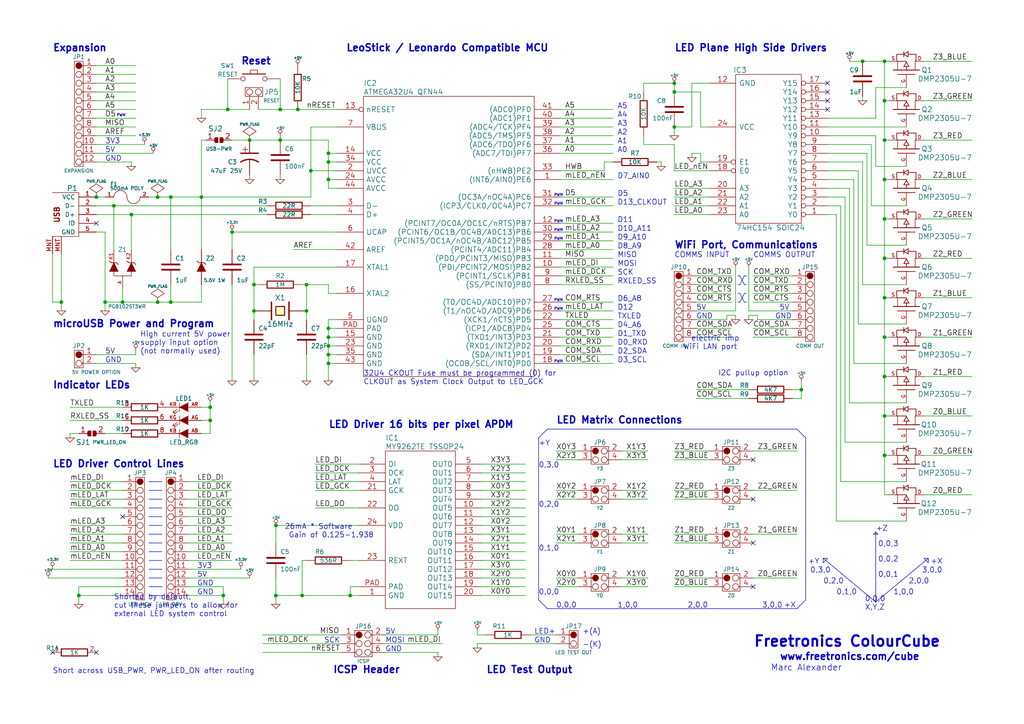
<source format=kicad_sch>
(kicad_sch (version 20230121) (generator eeschema)
  (paper "A4")
  (title_block (title "RGB LED Cube 4x4x4") (date "25 jul 2012") (rev "1") (company "Freetronics"))
  (junction (at 256.54 86.36))
  (junction (at 60.96 118.11))
  (junction (at 45.72 87.63))
  (junction (at 256.54 63.5))
  (junction (at 17.78 87.63))
  (junction (at 256.54 120.65))
  (junction (at 22.86 172.72))
  (junction (at 95.25 102.87))
  (junction (at 232.41 113.03))
  (junction (at 60.96 121.92))
  (junction (at 256.54 29.21))
  (junction (at 95.25 95.25))
  (junction (at 95.25 52.07))
  (junction (at 64.77 172.72))
  (junction (at 27.94 57.15))
  (junction (at 81.28 40.64))
  (junction (at 256.54 52.07))
  (junction (at 66.04 31.75))
  (junction (at 45.72 57.15))
  (junction (at 38.1 62.23))
  (junction (at 35.56 87.63))
  (junction (at 256.54 17.78))
  (junction (at 33.02 59.69))
  (junction (at 49.53 57.15))
  (junction (at 95.25 46.99))
  (junction (at 88.9 90.17))
  (junction (at 195.58 26.67))
  (junction (at 256.54 40.64))
  (junction (at 87.63 172.72))
  (junction (at 72.39 40.64))
  (junction (at 80.01 152.4))
  (junction (at 90.17 49.53))
  (junction (at 250.19 17.78))
  (junction (at 88.9 82.55))
  (junction (at 256.54 74.93))
  (junction (at 30.48 87.63))
  (junction (at 73.66 90.17))
  (junction (at 256.54 97.79))
  (junction (at 58.42 57.15))
  (junction (at 73.66 82.55))
  (junction (at 101.6 172.72))
  (junction (at 256.54 109.22))
  (junction (at 67.31 67.31))
  (junction (at 95.25 100.33))
  (junction (at 256.54 132.08))
  (junction (at 195.58 24.13))
  (junction (at 95.25 44.45))
  (junction (at 49.53 87.63))
  (junction (at 86.36 31.75))
  (junction (at 80.01 172.72))
  (junction (at 95.25 105.41))
  (junction (at 81.28 31.75))
  (junction (at 195.58 36.83))
  (junction (at 95.25 97.79))
  (no_connect (at 240.03 31.75))
  (no_connect (at 218.44 144.78))
  (no_connect (at 218.44 157.48))
  (no_connect (at 35.56 149.86))
  (no_connect (at 240.03 24.13))
  (no_connect (at 218.44 133.35))
  (no_connect (at 218.44 170.18))
  (no_connect (at 15.24 189.23))
  (no_connect (at 27.94 64.77))
  (no_connect (at 27.94 189.23))
  (no_connect (at 240.03 26.67))
  (no_connect (at 240.03 29.21))
  (wire (pts (xy 153.67 184.15) (xy 161.29 184.15)))
  (wire (pts (xy 254 39.37) (xy 240.03 39.37)))
  (polyline (pts (xy 231.14 124.46) (xy 233.68 127)))
  (wire (pts (xy 64.77 172.72) (xy 64.77 170.18)))
  (wire (pts (xy 90.17 36.83) (xy 97.79 36.83)))
  (wire (pts (xy 95.25 100.33) (xy 97.79 100.33)))
  (wire (pts (xy 162.56 31.75) (xy 177.8 31.75)))
  (wire (pts (xy 256.54 40.64) (xy 256.54 29.21)))
  (wire (pts (xy 97.79 92.71) (xy 95.25 92.71)))
  (wire (pts (xy 67.31 157.48) (xy 54.61 157.48)))
  (wire (pts (xy 73.66 82.55) (xy 73.66 90.17)))
  (wire (pts (xy 95.25 40.64) (xy 81.28 40.64)))
  (wire (pts (xy 161.29 133.35) (xy 167.64 133.35)))
  (wire (pts (xy 231.14 167.64) (xy 218.44 167.64)))
  (wire (pts (xy 60.96 118.11) (xy 58.42 118.11)))
  (wire (pts (xy 256.54 132.08) (xy 256.54 120.65)))
  (polyline (pts (xy 214.63 80.01) (xy 213.995 80.01)))
  (wire (pts (xy 33.02 72.39) (xy 33.02 59.69)))
  (wire (pts (xy 177.8 100.33) (xy 162.56 100.33)))
  (wire (pts (xy 161.29 142.24) (xy 167.64 142.24)))
  (wire (pts (xy 256.54 63.5) (xy 257.81 63.5)))
  (wire (pts (xy 35.56 139.7) (xy 20.32 139.7)))
  (wire (pts (xy 177.8 77.47) (xy 162.56 77.47)))
  (wire (pts (xy 177.8 69.85) (xy 162.56 69.85)))
  (wire (pts (xy 201.93 113.03) (xy 217.17 113.03)))
  (polyline (pts (xy 43.18 144.78) (xy 46.99 144.78)))
  (wire (pts (xy 281.94 40.64) (xy 267.97 40.64)))
  (wire (pts (xy 76.2 189.23) (xy 99.06 189.23)))
  (wire (pts (xy 139.7 160.02) (xy 152.4 160.02)))
  (wire (pts (xy 20.32 125.73) (xy 22.86 125.73)))
  (wire (pts (xy 67.31 110.49) (xy 67.31 82.55)))
  (wire (pts (xy 138.43 184.15) (xy 138.43 182.88)))
  (wire (pts (xy 95.25 102.87) (xy 95.25 105.41)))
  (wire (pts (xy 101.6 172.72) (xy 87.63 172.72)))
  (wire (pts (xy 177.8 39.37) (xy 162.56 39.37)))
  (wire (pts (xy 58.42 31.75) (xy 58.42 34.29)))
  (wire (pts (xy 246.38 116.84) (xy 246.38 54.61)))
  (polyline (pts (xy 254 174.625) (xy 254 154.305)))
  (wire (pts (xy 251.46 44.45) (xy 240.03 44.45)))
  (wire (pts (xy 281.94 120.65) (xy 267.97 120.65)))
  (wire (pts (xy 243.84 139.7) (xy 243.84 59.69)))
  (wire (pts (xy 20.32 154.94) (xy 35.56 154.94)))
  (wire (pts (xy 22.86 172.72) (xy 22.86 175.26)))
  (wire (pts (xy 81.28 39.37) (xy 81.28 40.64)))
  (wire (pts (xy 38.1 62.23) (xy 27.94 62.23)))
  (wire (pts (xy 195.58 62.23) (xy 205.74 62.23)))
  (wire (pts (xy 15.24 165.1) (xy 35.56 165.1)))
  (wire (pts (xy 195.58 170.18) (xy 205.74 170.18)))
  (wire (pts (xy 200.66 24.13) (xy 200.66 36.83)))
  (wire (pts (xy 281.94 97.79) (xy 267.97 97.79)))
  (wire (pts (xy 39.37 26.67) (xy 27.94 26.67)))
  (wire (pts (xy 66.04 31.75) (xy 58.42 31.75)))
  (wire (pts (xy 67.31 139.7) (xy 54.61 139.7)))
  (wire (pts (xy 81.28 50.8) (xy 81.28 52.07)))
  (wire (pts (xy 97.79 49.53) (xy 90.17 49.53)))
  (wire (pts (xy 20.32 127) (xy 20.32 125.73)))
  (wire (pts (xy 213.36 90.17) (xy 213.36 77.47)))
  (wire (pts (xy 250.19 27.94) (xy 250.19 29.21)))
  (wire (pts (xy 95.25 54.61) (xy 97.79 54.61)))
  (wire (pts (xy 30.48 57.15) (xy 27.94 57.15)))
  (wire (pts (xy 281.94 52.07) (xy 267.97 52.07)))
  (wire (pts (xy 240.03 34.29) (xy 254 34.29)))
  (wire (pts (xy 152.4 149.86) (xy 139.7 149.86)))
  (wire (pts (xy 248.92 49.53) (xy 240.03 49.53)))
  (wire (pts (xy 246.38 54.61) (xy 240.03 54.61)))
  (wire (pts (xy 35.56 142.24) (xy 20.32 142.24)))
  (polyline (pts (xy 215.9 85.09) (xy 216.535 85.09)))
  (wire (pts (xy 95.25 97.79) (xy 95.25 100.33)))
  (wire (pts (xy 256.54 132.08) (xy 257.81 132.08)))
  (wire (pts (xy 213.36 91.44) (xy 213.36 92.71)))
  (wire (pts (xy 152.4 142.24) (xy 139.7 142.24)))
  (polyline (pts (xy 43.18 139.7) (xy 46.99 139.7)))
  (wire (pts (xy 38.1 72.39) (xy 38.1 62.23)))
  (polyline (pts (xy 216.535 87.63) (xy 215.9 87.63)))
  (wire (pts (xy 210.82 92.71) (xy 210.82 91.44)))
  (wire (pts (xy 60.96 118.11) (xy 60.96 116.84)))
  (polyline (pts (xy 215.9 82.55) (xy 216.535 82.55)))
  (wire (pts (xy 250.19 46.99) (xy 250.19 82.55)))
  (wire (pts (xy 177.8 105.41) (xy 162.56 105.41)))
  (polyline (pts (xy 254 154.305) (xy 254.635 154.94)))
  (wire (pts (xy 177.8 34.29) (xy 162.56 34.29)))
  (wire (pts (xy 256.54 109.22) (xy 257.81 109.22)))
  (wire (pts (xy 35.56 87.63) (xy 45.72 87.63)))
  (wire (pts (xy 20.32 118.11) (xy 35.56 118.11)))
  (wire (pts (xy 69.85 165.1) (xy 54.61 165.1)))
  (wire (pts (xy 30.48 87.63) (xy 35.56 87.63)))
  (wire (pts (xy 49.53 72.39) (xy 49.53 57.15)))
  (polyline (pts (xy 43.18 152.4) (xy 46.99 152.4)))
  (wire (pts (xy 177.8 90.17) (xy 162.56 90.17)))
  (wire (pts (xy 212.09 80.01) (xy 201.93 80.01)))
  (wire (pts (xy 95.25 105.41) (xy 95.25 110.49)))
  (wire (pts (xy 101.6 162.56) (xy 104.14 162.56)))
  (wire (pts (xy 58.42 125.73) (xy 60.96 125.73)))
  (wire (pts (xy 35.56 172.72) (xy 22.86 172.72)))
  (wire (pts (xy 281.94 86.36) (xy 267.97 86.36)))
  (wire (pts (xy 72.39 40.64) (xy 67.31 40.64)))
  (wire (pts (xy 90.17 57.15) (xy 90.17 49.53)))
  (polyline (pts (xy 269.24 161.925) (xy 269.24 163.195)))
  (wire (pts (xy 262.89 48.26) (xy 254 48.26)))
  (wire (pts (xy 152.4 139.7) (xy 139.7 139.7)))
  (wire (pts (xy 203.2 46.99) (xy 205.74 46.99)))
  (wire (pts (xy 256.54 29.21) (xy 257.81 29.21)))
  (wire (pts (xy 218.44 82.55) (xy 229.87 82.55)))
  (wire (pts (xy 87.63 162.56) (xy 87.63 172.72)))
  (wire (pts (xy 243.84 59.69) (xy 240.03 59.69)))
  (wire (pts (xy 95.25 97.79) (xy 97.79 97.79)))
  (wire (pts (xy 35.56 170.18) (xy 22.86 170.18)))
  (wire (pts (xy 231.14 130.81) (xy 218.44 130.81)))
  (wire (pts (xy 58.42 121.92) (xy 60.96 121.92)))
  (wire (pts (xy 195.58 154.94) (xy 205.74 154.94)))
  (polyline (pts (xy 213.995 87.63) (xy 214.63 87.63)))
  (wire (pts (xy 177.8 59.69) (xy 162.56 59.69)))
  (wire (pts (xy 177.8 41.91) (xy 162.56 41.91)))
  (wire (pts (xy 217.17 90.17) (xy 229.87 90.17)))
  (polyline (pts (xy 214.63 80.01) (xy 215.9 82.55)))
  (wire (pts (xy 200.66 36.83) (xy 195.58 36.83)))
  (wire (pts (xy 104.14 152.4) (xy 80.01 152.4)))
  (wire (pts (xy 45.72 87.63) (xy 49.53 87.63)))
  (wire (pts (xy 262.89 71.12) (xy 251.46 71.12)))
  (wire (pts (xy 242.57 151.13) (xy 262.89 151.13)))
  (wire (pts (xy 186.69 39.37) (xy 186.69 41.91)))
  (wire (pts (xy 39.37 105.41) (xy 39.37 106.68)))
  (wire (pts (xy 58.42 87.63) (xy 58.42 82.55)))
  (wire (pts (xy 195.58 59.69) (xy 205.74 59.69)))
  (wire (pts (xy 20.32 152.4) (xy 35.56 152.4)))
  (wire (pts (xy 191.77 46.99) (xy 191.77 48.26)))
  (polyline (pts (xy 214.63 87.63) (xy 215.9 85.09)))
  (wire (pts (xy 95.25 100.33) (xy 95.25 102.87)))
  (wire (pts (xy 95.25 40.64) (xy 95.25 44.45)))
  (wire (pts (xy 187.96 130.81) (xy 180.34 130.81)))
  (wire (pts (xy 95.25 46.99) (xy 95.25 52.07)))
  (wire (pts (xy 175.26 46.99) (xy 177.8 46.99)))
  (wire (pts (xy 152.4 134.62) (xy 139.7 134.62)))
  (wire (pts (xy 152.4 144.78) (xy 139.7 144.78)))
  (wire (pts (xy 27.94 105.41) (xy 39.37 105.41)))
  (wire (pts (xy 35.56 167.64) (xy 13.97 167.64)))
  (wire (pts (xy 246.38 17.78) (xy 250.19 17.78)))
  (wire (pts (xy 73.66 102.87) (xy 73.66 110.49)))
  (wire (pts (xy 177.8 72.39) (xy 162.56 72.39)))
  (wire (pts (xy 257.81 143.51) (xy 256.54 143.51)))
  (polyline (pts (xy 267.97 161.925) (xy 269.24 163.195)))
  (wire (pts (xy 161.29 157.48) (xy 167.64 157.48)))
  (wire (pts (xy 195.58 133.35) (xy 205.74 133.35)))
  (wire (pts (xy 203.2 44.45) (xy 203.2 46.99)))
  (wire (pts (xy 20.32 157.48) (xy 35.56 157.48)))
  (wire (pts (xy 187.96 154.94) (xy 180.34 154.94)))
  (wire (pts (xy 281.94 109.22) (xy 267.97 109.22)))
  (wire (pts (xy 281.94 63.5) (xy 267.97 63.5)))
  (polyline (pts (xy 216.535 80.01) (xy 215.9 80.01)))
  (wire (pts (xy 242.57 62.23) (xy 242.57 151.13)))
  (wire (pts (xy 177.8 67.31) (xy 162.56 67.31)))
  (wire (pts (xy 54.61 172.72) (xy 64.77 172.72)))
  (wire (pts (xy 81.28 40.64) (xy 72.39 40.64)))
  (wire (pts (xy 186.69 24.13) (xy 195.58 24.13)))
  (wire (pts (xy 77.47 59.69) (xy 33.02 59.69)))
  (wire (pts (xy 240.03 57.15) (xy 245.11 57.15)))
  (polyline (pts (xy 267.97 161.925) (xy 269.24 161.925)))
  (wire (pts (xy 177.8 92.71) (xy 162.56 92.71)))
  (wire (pts (xy 39.37 102.87) (xy 27.94 102.87)))
  (wire (pts (xy 95.25 95.25) (xy 95.25 97.79)))
  (wire (pts (xy 67.31 162.56) (xy 54.61 162.56)))
  (wire (pts (xy 177.8 74.93) (xy 162.56 74.93)))
  (wire (pts (xy 281.94 74.93) (xy 267.97 74.93)))
  (wire (pts (xy 127 184.15) (xy 111.76 184.15)))
  (wire (pts (xy 262.89 139.7) (xy 243.84 139.7)))
  (wire (pts (xy 240.03 62.23) (xy 242.57 62.23)))
  (wire (pts (xy 152.4 165.1) (xy 139.7 165.1)))
  (wire (pts (xy 73.66 90.17) (xy 73.66 92.71)))
  (wire (pts (xy 91.44 147.32) (xy 104.14 147.32)))
  (wire (pts (xy 30.48 125.73) (xy 35.56 125.73)))
  (wire (pts (xy 177.8 36.83) (xy 162.56 36.83)))
  (wire (pts (xy 39.37 31.75) (xy 27.94 31.75)))
  (wire (pts (xy 49.53 57.15) (xy 45.72 57.15)))
  (wire (pts (xy 212.09 95.25) (xy 201.93 95.25)))
  (wire (pts (xy 212.09 82.55) (xy 201.93 82.55)))
  (wire (pts (xy 245.11 57.15) (xy 245.11 128.27)))
  (polyline (pts (xy 158.75 176.53) (xy 156.21 173.99)))
  (wire (pts (xy 17.78 87.63) (xy 17.78 90.17)))
  (polyline (pts (xy 156.21 127) (xy 158.75 124.46)))
  (wire (pts (xy 187.96 167.64) (xy 180.34 167.64)))
  (wire (pts (xy 201.93 90.17) (xy 213.36 90.17)))
  (wire (pts (xy 45.72 57.15) (xy 43.18 57.15)))
  (wire (pts (xy 262.89 116.84) (xy 246.38 116.84)))
  (wire (pts (xy 256.54 143.51) (xy 256.54 132.08)))
  (wire (pts (xy 152.4 154.94) (xy 139.7 154.94)))
  (wire (pts (xy 232.41 113.03) (xy 232.41 110.49)))
  (wire (pts (xy 58.42 57.15) (xy 58.42 40.64)))
  (wire (pts (xy 95.25 46.99) (xy 97.79 46.99)))
  (wire (pts (xy 281.94 143.51) (xy 267.97 143.51)))
  (wire (pts (xy 60.96 121.92) (xy 60.96 118.11)))
  (wire (pts (xy 127 182.88) (xy 127 184.15)))
  (wire (pts (xy 90.17 59.69) (xy 97.79 59.69)))
  (wire (pts (xy 39.37 36.83) (xy 27.94 36.83)))
  (wire (pts (xy 95.25 102.87) (xy 97.79 102.87)))
  (wire (pts (xy 38.1 46.99) (xy 27.94 46.99)))
  (wire (pts (xy 177.8 102.87) (xy 162.56 102.87)))
  (wire (pts (xy 177.8 82.55) (xy 162.56 82.55)))
  (wire (pts (xy 254 34.29) (xy 254 25.4)))
  (wire (pts (xy 90.17 49.53) (xy 90.17 36.83)))
  (wire (pts (xy 205.74 24.13) (xy 200.66 24.13)))
  (wire (pts (xy 218.44 85.09) (xy 229.87 85.09)))
  (wire (pts (xy 91.44 142.24) (xy 104.14 142.24)))
  (wire (pts (xy 91.44 139.7) (xy 104.14 139.7)))
  (wire (pts (xy 175.26 49.53) (xy 175.26 46.99)))
  (wire (pts (xy 95.25 44.45) (xy 97.79 44.45)))
  (wire (pts (xy 30.48 67.31) (xy 27.94 67.31)))
  (wire (pts (xy 33.02 59.69) (xy 27.94 59.69)))
  (wire (pts (xy 256.54 97.79) (xy 256.54 86.36)))
  (wire (pts (xy 240.03 36.83) (xy 262.89 36.83)))
  (wire (pts (xy 219.71 91.44) (xy 219.71 92.71)))
  (polyline (pts (xy 254 174.625) (xy 238.76 161.925)))
  (wire (pts (xy 187.96 170.18) (xy 180.34 170.18)))
  (wire (pts (xy 195.58 26.67) (xy 195.58 24.13)))
  (wire (pts (xy 251.46 71.12) (xy 251.46 44.45)))
  (wire (pts (xy 195.58 142.24) (xy 205.74 142.24)))
  (wire (pts (xy 49.53 87.63) (xy 58.42 87.63)))
  (wire (pts (xy 177.8 87.63) (xy 162.56 87.63)))
  (wire (pts (xy 152.4 147.32) (xy 139.7 147.32)))
  (wire (pts (xy 200.66 44.45) (xy 203.2 44.45)))
  (wire (pts (xy 203.2 26.67) (xy 195.58 26.67)))
  (wire (pts (xy 254 48.26) (xy 254 39.37)))
  (polyline (pts (xy 43.18 154.94) (xy 46.99 154.94)))
  (wire (pts (xy 161.29 167.64) (xy 167.64 167.64)))
  (wire (pts (xy 58.42 57.15) (xy 49.53 57.15)))
  (wire (pts (xy 256.54 17.78) (xy 257.81 17.78)))
  (wire (pts (xy 80.01 175.26) (xy 80.01 172.72)))
  (wire (pts (xy 218.44 97.79) (xy 229.87 97.79)))
  (wire (pts (xy 97.79 67.31) (xy 67.31 67.31)))
  (wire (pts (xy 39.37 24.13) (xy 27.94 24.13)))
  (wire (pts (xy 101.6 170.18) (xy 101.6 172.72)))
  (wire (pts (xy 256.54 120.65) (xy 257.81 120.65)))
  (wire (pts (xy 218.44 87.63) (xy 229.87 87.63)))
  (wire (pts (xy 95.25 85.09) (xy 97.79 85.09)))
  (wire (pts (xy 256.54 109.22) (xy 256.54 97.79)))
  (wire (pts (xy 177.8 52.07) (xy 162.56 52.07)))
  (wire (pts (xy 58.42 72.39) (xy 58.42 57.15)))
  (wire (pts (xy 195.58 157.48) (xy 205.74 157.48)))
  (wire (pts (xy 88.9 82.55) (xy 87.63 82.55)))
  (wire (pts (xy 64.77 170.18) (xy 54.61 170.18)))
  (wire (pts (xy 195.58 54.61) (xy 205.74 54.61)))
  (wire (pts (xy 20.32 160.02) (xy 35.56 160.02)))
  (wire (pts (xy 111.76 189.23) (xy 127 189.23)))
  (wire (pts (xy 256.54 63.5) (xy 256.54 52.07)))
  (wire (pts (xy 35.56 87.63) (xy 35.56 83.82)))
  (wire (pts (xy 187.96 144.78) (xy 180.34 144.78)))
  (wire (pts (xy 72.39 31.75) (xy 66.04 31.75)))
  (wire (pts (xy 20.32 162.56) (xy 35.56 162.56)))
  (wire (pts (xy 152.4 167.64) (xy 139.7 167.64)))
  (wire (pts (xy 195.58 167.64) (xy 205.74 167.64)))
  (wire (pts (xy 177.8 97.79) (xy 162.56 97.79)))
  (wire (pts (xy 95.25 95.25) (xy 97.79 95.25)))
  (wire (pts (xy 85.09 72.39) (xy 97.79 72.39)))
  (wire (pts (xy 240.03 46.99) (xy 250.19 46.99)))
  (polyline (pts (xy 253.365 154.94) (xy 254.635 154.94)))
  (polyline (pts (xy 238.76 161.925) (xy 238.76 163.195)))
  (wire (pts (xy 187.96 142.24) (xy 180.34 142.24)))
  (wire (pts (xy 250.19 17.78) (xy 256.54 17.78)))
  (wire (pts (xy 95.25 44.45) (xy 95.25 46.99)))
  (wire (pts (xy 152.4 172.72) (xy 139.7 172.72)))
  (wire (pts (xy 247.65 52.07) (xy 247.65 105.41)))
  (wire (pts (xy 97.79 52.07) (xy 95.25 52.07)))
  (wire (pts (xy 240.03 41.91) (xy 252.73 41.91)))
  (wire (pts (xy 162.56 49.53) (xy 175.26 49.53)))
  (wire (pts (xy 81.28 31.75) (xy 81.28 22.86)))
  (wire (pts (xy 127 189.23) (xy 127 190.5)))
  (polyline (pts (xy 253.365 154.94) (xy 254 154.305)))
  (wire (pts (xy 72.39 50.8) (xy 72.39 52.07)))
  (wire (pts (xy 212.09 97.79) (xy 201.93 97.79)))
  (wire (pts (xy 210.82 91.44) (xy 213.36 91.44)))
  (polyline (pts (xy 233.68 173.99) (xy 231.14 176.53)))
  (polyline (pts (xy 238.76 161.925) (xy 240.03 161.925)))
  (wire (pts (xy 195.58 41.91) (xy 195.58 49.53)))
  (polyline (pts (xy 43.18 170.18) (xy 46.99 170.18)))
  (wire (pts (xy 161.29 186.69) (xy 138.43 186.69)))
  (polyline (pts (xy 156.21 173.99) (xy 156.21 127)))
  (wire (pts (xy 161.29 144.78) (xy 167.64 144.78)))
  (wire (pts (xy 217.17 77.47) (xy 217.17 90.17)))
  (wire (pts (xy 240.03 52.07) (xy 247.65 52.07)))
  (wire (pts (xy 177.8 80.01) (xy 162.56 80.01)))
  (wire (pts (xy 60.96 125.73) (xy 60.96 121.92)))
  (wire (pts (xy 80.01 172.72) (xy 80.01 167.64)))
  (wire (pts (xy 281.94 17.78) (xy 267.97 17.78)))
  (wire (pts (xy 232.41 115.57) (xy 232.41 113.03)))
  (wire (pts (xy 76.2 184.15) (xy 99.06 184.15)))
  (wire (pts (xy 231.14 142.24) (xy 218.44 142.24)))
  (wire (pts (xy 256.54 86.36) (xy 256.54 74.93)))
  (wire (pts (xy 231.14 154.94) (xy 218.44 154.94)))
  (wire (pts (xy 88.9 102.87) (xy 88.9 110.49)))
  (wire (pts (xy 86.36 31.75) (xy 81.28 31.75)))
  (wire (pts (xy 39.37 34.29) (xy 27.94 34.29)))
  (wire (pts (xy 67.31 152.4) (xy 54.61 152.4)))
  (wire (pts (xy 195.58 144.78) (xy 205.74 144.78)))
  (wire (pts (xy 97.79 31.75) (xy 86.36 31.75)))
  (polyline (pts (xy 43.18 160.02) (xy 46.99 160.02)))
  (wire (pts (xy 88.9 162.56) (xy 87.63 162.56)))
  (wire (pts (xy 190.5 46.99) (xy 191.77 46.99)))
  (wire (pts (xy 281.94 132.08) (xy 267.97 132.08)))
  (polyline (pts (xy 158.75 176.53) (xy 231.14 176.53)))
  (polyline (pts (xy 233.68 127) (xy 233.68 173.99)))
  (wire (pts (xy 203.2 36.83) (xy 205.74 36.83)))
  (polyline (pts (xy 214.63 82.55) (xy 215.9 80.01)))
  (wire (pts (xy 256.54 86.36) (xy 257.81 86.36)))
  (wire (pts (xy 91.44 134.62) (xy 104.14 134.62)))
  (wire (pts (xy 256.54 74.93) (xy 256.54 63.5)))
  (wire (pts (xy 195.58 39.37) (xy 195.58 36.83)))
  (polyline (pts (xy 215.9 87.63) (xy 214.63 85.09)))
  (wire (pts (xy 161.29 130.81) (xy 167.64 130.81)))
  (wire (pts (xy 217.17 91.44) (xy 219.71 91.44)))
  (wire (pts (xy 281.94 29.21) (xy 267.97 29.21)))
  (wire (pts (xy 218.44 95.25) (xy 229.87 95.25)))
  (wire (pts (xy 72.39 167.64) (xy 54.61 167.64)))
  (wire (pts (xy 38.1 48.26) (xy 38.1 46.99)))
  (wire (pts (xy 87.63 172.72) (xy 80.01 172.72)))
  (wire (pts (xy 67.31 144.78) (xy 54.61 144.78)))
  (wire (pts (xy 195.58 130.81) (xy 205.74 130.81)))
  (polyline (pts (xy 43.18 162.56) (xy 46.99 162.56)))
  (wire (pts (xy 95.25 105.41) (xy 97.79 105.41)))
  (wire (pts (xy 245.11 128.27) (xy 262.89 128.27)))
  (wire (pts (xy 66.04 31.75) (xy 66.04 22.86)))
  (wire (pts (xy 67.31 147.32) (xy 54.61 147.32)))
  (wire (pts (xy 67.31 149.86) (xy 54.61 149.86)))
  (wire (pts (xy 90.17 62.23) (xy 97.79 62.23)))
  (wire (pts (xy 104.14 172.72) (xy 101.6 172.72)))
  (wire (pts (xy 229.87 113.03) (xy 232.41 113.03)))
  (polyline (pts (xy 43.18 149.86) (xy 46.99 149.86)))
  (wire (pts (xy 177.8 44.45) (xy 162.56 44.45)))
  (wire (pts (xy 201.93 115.57) (xy 217.17 115.57)))
  (wire (pts (xy 247.65 105.41) (xy 262.89 105.41)))
  (wire (pts (xy 250.19 82.55) (xy 262.89 82.55)))
  (wire (pts (xy 161.29 154.94) (xy 167.64 154.94)))
  (wire (pts (xy 39.37 101.6) (xy 39.37 102.87)))
  (wire (pts (xy 39.37 21.59) (xy 27.94 21.59)))
  (wire (pts (xy 201.93 92.71) (xy 210.82 92.71)))
  (polyline (pts (xy 43.18 165.1) (xy 46.99 165.1)))
  (wire (pts (xy 195.58 57.15) (xy 205.74 57.15)))
  (wire (pts (xy 58.42 40.64) (xy 59.69 40.64)))
  (wire (pts (xy 67.31 160.02) (xy 54.61 160.02)))
  (wire (pts (xy 35.56 144.78) (xy 20.32 144.78)))
  (wire (pts (xy 39.37 29.21) (xy 27.94 29.21)))
  (wire (pts (xy 219.71 92.71) (xy 229.87 92.71)))
  (polyline (pts (xy 43.18 172.72) (xy 46.99 172.72)))
  (wire (pts (xy 128.27 186.69) (xy 111.76 186.69)))
  (wire (pts (xy 95.25 82.55) (xy 88.9 82.55)))
  (wire (pts (xy 73.66 77.47) (xy 73.66 82.55)))
  (wire (pts (xy 67.31 67.31) (xy 67.31 72.39)))
  (wire (pts (xy 217.17 92.71) (xy 217.17 91.44)))
  (wire (pts (xy 140.97 184.15) (xy 138.43 184.15)))
  (wire (pts (xy 88.9 92.71) (xy 88.9 90.17)))
  (wire (pts (xy 186.69 41.91) (xy 195.58 41.91)))
  (wire (pts (xy 76.2 186.69) (xy 99.06 186.69)))
  (polyline (pts (xy 43.18 167.64) (xy 46.99 167.64)))
  (wire (pts (xy 256.54 120.65) (xy 256.54 109.22)))
  (polyline (pts (xy 43.18 147.32) (xy 46.99 147.32)))
  (polyline (pts (xy 43.18 142.24) (xy 46.99 142.24)))
  (wire (pts (xy 97.79 77.47) (xy 73.66 77.47)))
  (wire (pts (xy 203.2 26.67) (xy 203.2 36.83)))
  (wire (pts (xy 200.66 44.45) (xy 200.66 45.72)))
  (wire (pts (xy 187.96 133.35) (xy 180.34 133.35)))
  (wire (pts (xy 256.54 29.21) (xy 256.54 17.78)))
  (wire (pts (xy 229.87 115.57) (xy 232.41 115.57)))
  (wire (pts (xy 67.31 154.94) (xy 54.61 154.94)))
  (wire (pts (xy 44.45 44.45) (xy 27.94 44.45)))
  (wire (pts (xy 30.48 90.17) (xy 30.48 87.63)))
  (wire (pts (xy 212.09 85.09) (xy 201.93 85.09)))
  (wire (pts (xy 39.37 39.37) (xy 27.94 39.37)))
  (wire (pts (xy 256.54 52.07) (xy 257.81 52.07)))
  (wire (pts (xy 139.7 152.4) (xy 152.4 152.4)))
  (polyline (pts (xy 43.18 157.48) (xy 46.99 157.48)))
  (wire (pts (xy 95.25 92.71) (xy 95.25 95.25)))
  (polyline (pts (xy 269.24 161.925) (xy 254 174.625)))
  (wire (pts (xy 81.28 31.75) (xy 74.93 31.75)))
  (wire (pts (xy 15.24 73.66) (xy 15.24 87.63)))
  (wire (pts (xy 95.25 85.09) (xy 95.25 82.55)))
  (wire (pts (xy 17.78 73.66) (xy 17.78 87.63)))
  (wire (pts (xy 152.4 170.18) (xy 139.7 170.18)))
  (wire (pts (xy 95.25 52.07) (xy 95.25 54.61)))
  (wire (pts (xy 80.01 152.4) (xy 80.01 157.48)))
  (wire (pts (xy 91.44 137.16) (xy 104.14 137.16)))
  (wire (pts (xy 256.54 74.93) (xy 257.81 74.93)))
  (wire (pts (xy 205.74 49.53) (xy 195.58 49.53)))
  (wire (pts (xy 27.94 19.05) (xy 39.37 19.05)))
  (wire (pts (xy 177.8 57.15) (xy 162.56 57.15)))
  (wire (pts (xy 152.4 157.48) (xy 139.7 157.48)))
  (polyline (pts (xy 158.75 124.46) (xy 231.14 124.46)))
  (wire (pts (xy 262.89 93.98) (xy 248.92 93.98)))
  (wire (pts (xy 104.14 170.18) (xy 101.6 170.18)))
  (wire (pts (xy 256.54 52.07) (xy 256.54 40.64)))
  (wire (pts (xy 256.54 40.64) (xy 257.81 40.64)))
  (wire (pts (xy 177.8 95.25) (xy 162.56 95.25)))
  (wire (pts (xy 30.48 87.63) (xy 30.48 67.31)))
  (wire (pts (xy 212.09 87.63) (xy 201.93 87.63)))
  (wire (pts (xy 152.4 162.56) (xy 139.7 162.56)))
  (wire (pts (xy 252.73 59.69) (xy 262.89 59.69)))
  (wire (pts (xy 67.31 142.24) (xy 54.61 142.24)))
  (wire (pts (xy 186.69 26.67) (xy 186.69 24.13)))
  (wire (pts (xy 138.43 186.69) (xy 138.43 187.96)))
  (wire (pts (xy 252.73 41.91) (xy 252.73 59.69)))
  (wire (pts (xy 187.96 157.48) (xy 180.34 157.48)))
  (wire (pts (xy 218.44 80.01) (xy 229.87 80.01)))
  (wire (pts (xy 74.93 82.55) (xy 73.66 82.55)))
  (wire (pts (xy 41.91 41.91) (xy 27.94 41.91)))
  (wire (pts (xy 248.92 93.98) (xy 248.92 49.53)))
  (wire (pts (xy 152.4 137.16) (xy 139.7 137.16)))
  (wire (pts (xy 254 25.4) (xy 262.89 25.4)))
  (wire (pts (xy 161.29 170.18) (xy 167.64 170.18)))
  (wire (pts (xy 256.54 97.79) (xy 257.81 97.79)))
  (wire (pts (xy 77.47 62.23) (xy 38.1 62.23)))
  (wire (pts (xy 90.17 57.15) (xy 58.42 57.15)))
  (wire (pts (xy 88.9 90.17) (xy 88.9 82.55)))
  (polyline (pts (xy 240.03 161.925) (xy 238.76 163.195)))
  (wire (pts (xy 35.56 121.92) (xy 20.32 121.92)))
  (wire (pts (xy 177.8 64.77) (xy 162.56 64.77)))
  (wire (pts (xy 64.77 175.26) (xy 64.77 172.72)))
  (wire (pts (xy 35.56 147.32) (xy 20.32 147.32)))
  (wire (pts (xy 49.53 87.63) (xy 49.53 82.55)))
  (wire (pts (xy 15.24 87.63) (xy 17.78 87.63)))
  (polyline (pts (xy 213.995 82.55) (xy 214.63 82.55)))
  (polyline (pts (xy 214.63 85.09) (xy 213.995 85.09)))
  (wire (pts (xy 22.86 170.18) (xy 22.86 172.72)))
  (text "0,3,0" (at 234.95 166.37 0) (effects (font (size 1.524 1.524)) (justify left bottom)))
  (text "5V" (at 30.48 102.87 0) (effects (font (size 1.524 1.524)) (justify left bottom)))
  (text "D1_TXD" (at 179.07 97.79 0) (effects (font (size 1.524 1.524)) (justify left bottom)))
  (text "High current 5V power\nsupply input option\n(not normally used)" (at 40.64 102.87 0) (effects (font (size 1.524 1.524)) (justify left bottom)))
  (text "A1" (at 179.07 41.91 0) (effects (font (size 1.524 1.524)) (justify left bottom)))
  (text "Short across USB_PWR, PWR_LED_ON after routing" (at 15.24 195.58 0) (effects (font (size 1.524 1.524)) (justify left bottom)))
  (text "www.freetronics.com/cube" (at 226.06 191.77 0) (effects (font (size 2.032 2.032) (thickness 0.4064) bold) (justify left bottom)))
  (text "2,0,0" (at 199.39 176.53 0) (effects (font (size 1.524 1.524)) (justify left bottom)))
  (text "D13_CLKOUT" (at 179.07 59.69 0) (effects (font (size 1.524 1.524)) (justify left bottom)))
  (text "GND" (at 57.15 172.72 0) (effects (font (size 1.524 1.524)) (justify left bottom)))
  (text "PWM" (at 160.655 67.31 0) (effects (font (size 0.762 0.762)) (justify left bottom)))
  (text "0,0,0" (at 161.29 176.53 0) (effects (font (size 1.524 1.524)) (justify left bottom)))
  (text "0,0,0\nX,Y,Z" (at 250.825 177.165 0) (effects (font (size 1.524 1.524)) (justify left bottom)))
  (text "D5" (at 179.07 57.15 0) (effects (font (size 1.524 1.524)) (justify left bottom)))
  (text "MISO" (at 179.07 74.93 0) (effects (font (size 1.524 1.524)) (justify left bottom)))
  (text "GND" (at 201.93 92.71 0) (effects (font (size 1.524 1.524)) (justify left bottom)))
  (text "0,0,2" (at 254.635 163.195 0) (effects (font (size 1.524 1.524)) (justify left bottom)))
  (text "PWM" (at 33.782 34.036 0) (effects (font (size 0.762 0.762)) (justify left bottom)))
  (text "microUSB Power and Program" (at 15.24 95.25 0) (effects (font (size 2.032 2.032) (thickness 0.4064) bold) (justify left bottom)))
  (text "32U4 CKOUT Fuse must be programmed (0) for\nCLKOUT as System Clock Output to LED_GCK" (at 105.41 111.76 0) (effects (font (size 1.524 1.524)) (justify left bottom)))
  (text "1,0,0" (at 259.08 172.72 0) (effects (font (size 1.524 1.524)) (justify left bottom)))
  (text "0,0,1" (at 254.635 167.64 0) (effects (font (size 1.524 1.524)) (justify left bottom)))
  (text "D9_A10" (at 179.07 69.85 0) (effects (font (size 1.524 1.524)) (justify left bottom)))
  (text "D8_A9" (at 179.07 72.39 0) (effects (font (size 1.524 1.524)) (justify left bottom)))
  (text "LED+" (at 154.94 184.15 0) (effects (font (size 1.524 1.524)) (justify left bottom)))
  (text "A4" (at 179.07 34.29 0) (effects (font (size 1.524 1.524)) (justify left bottom)))
  (text "SCK" (at 93.98 186.69 0) (effects (font (size 1.524 1.524)) (justify left bottom)))
  (text "LED Matrix Connections" (at 161.29 123.19 0) (effects (font (size 2.032 2.032) (thickness 0.4064) bold) (justify left bottom)))
  (text "COMMS INPUT" (at 195.58 74.93 0) (effects (font (size 1.524 1.524)) (justify left bottom)))
  (text "D11" (at 179.07 64.77 0) (effects (font (size 1.524 1.524)) (justify left bottom)))
  (text "5V" (at 30.48 44.45 0) (effects (font (size 1.524 1.524)) (justify left bottom)))
  (text "Shorted by default,\ncut these jumpers to allow for\nexternal LED system control" (at 33.02 179.07 0) (effects (font (size 1.524 1.524)) (justify left bottom)))
  (text "I2C pullup option" (at 208.28 109.22 0) (effects (font (size 1.524 1.524)) (justify left bottom)))
  (text "D3_SCL" (at 179.07 105.41 0) (effects (font (size 1.524 1.524)) (justify left bottom)))
  (text "MOSI" (at 179.07 77.47 0) (effects (font (size 1.524 1.524)) (justify left bottom)))
  (text "D7_AIN0" (at 179.07 52.07 0) (effects (font (size 1.524 1.524)) (justify left bottom)))
  (text "MOSI" (at 111.76 186.69 0) (effects (font (size 1.524 1.524)) (justify left bottom)))
  (text "A5" (at 179.07 31.75 0) (effects (font (size 1.524 1.524)) (justify left bottom)))
  (text "0,2,0" (at 238.76 169.545 0) (effects (font (size 1.524 1.524)) (justify left bottom)))
  (text "PWM" (at 160.655 64.77 0) (effects (font (size 0.762 0.762)) (justify left bottom)))
  (text "A3" (at 179.07 36.83 0) (effects (font (size 1.524 1.524)) (justify left bottom)))
  (text "+X" (at 269.875 163.83 0) (effects (font (size 1.524 1.524)) (justify left bottom)))
  (text "PWM" (at 160.655 105.41 0) (effects (font (size 0.762 0.762)) (justify left bottom)))
  (text "ICSP Header" (at 96.52 195.58 0) (effects (font (size 2.032 2.032) (thickness 0.4064) bold) (justify left bottom)))
  (text "Indicator LEDs" (at 15.24 113.03 0) (effects (font (size 2.032 2.032) (thickness 0.4064) bold) (justify left bottom)))
  (text "0,1,0" (at 242.57 172.72 0) (effects (font (size 1.524 1.524)) (justify left bottom)))
  (text "LED Driver Control Lines" (at 15.24 135.89 0) (effects (font (size 2.032 2.032) (thickness 0.4064) bold) (justify left bottom)))
  (text "Freetronics ColourCube" (at 218.44 187.96 0) (effects (font (size 3.048 3.048) (thickness 0.6096) bold) (justify left bottom)))
  (text "PWM" (at 160.655 57.15 0) (effects (font (size 0.762 0.762)) (justify left bottom)))
  (text "D4_A6" (at 179.07 95.25 0) (effects (font (size 1.524 1.524)) (justify left bottom)))
  (text "0,3,0" (at 156.21 135.89 0) (effects (font (size 1.524 1.524)) (justify left bottom)))
  (text "D2_SDA" (at 179.07 102.87 0) (effects (font (size 1.524 1.524)) (justify left bottom)))
  (text "3,0,0" (at 267.335 166.37 0) (effects (font (size 1.524 1.524)) (justify left bottom)))
  (text "RXLED_SS" (at 179.07 82.55 0) (effects (font (size 1.524 1.524)) (justify left bottom)))
  (text "Reset" (at 69.85 19.05 0) (effects (font (size 2.032 2.032) (thickness 0.4064) bold) (justify left bottom)))
  (text "5V" (at 201.93 90.17 0) (effects (font (size 1.524 1.524)) (justify left bottom)))
  (text "0,0,0" (at 156.21 172.72 0) (effects (font (size 1.524 1.524)) (justify left bottom)))
  (text "LED Test Output" (at 140.97 195.58 0) (effects (font (size 2.032 2.032) (thickness 0.4064) bold) (justify left bottom)))
  (text "26mA * Software\n Gain of 0.125-1.938" (at 82.55 156.21 0) (effects (font (size 1.524 1.524)) (justify left bottom)))
  (text "+Z" (at 254 154.305 0) (effects (font (size 1.524 1.524)) (justify left bottom)))
  (text "  electric imp\nWiFi LAN port" (at 198.12 101.6 0) (effects (font (size 1.524 1.524)) (justify left bottom)))
  (text "0,2,0" (at 156.21 147.32 0) (effects (font (size 1.524 1.524)) (justify left bottom)))
  (text "A2" (at 179.07 39.37 0) (effects (font (size 1.524 1.524)) (justify left bottom)))
  (text "+Y" (at 156.21 129.54 0) (effects (font (size 1.524 1.524)) (justify left bottom)))
  (text "GND" (at 30.48 105.41 0) (effects (font (size 1.524 1.524)) (justify left bottom)))
  (text "COMMS OUTPUT" (at 218.44 74.93 0) (effects (font (size 1.524 1.524)) (justify left bottom)))
  (text "0,1,0" (at 156.21 160.02 0) (effects (font (size 1.524 1.524)) (justify left bottom)))
  (text "+Y" (at 234.315 163.83 0) (effects (font (size 1.524 1.524)) (justify left bottom)))
  (text "5V" (at 226.06 90.17 0) (effects (font (size 1.524 1.524)) (justify left bottom)))
  (text "2,0,0" (at 263.525 169.545 0) (effects (font (size 1.524 1.524)) (justify left bottom)))
  (text "5V" (at 57.15 167.64 0) (effects (font (size 1.524 1.524)) (justify left bottom)))
  (text "3,0,0" (at 220.98 176.53 0) (effects (font (size 1.524 1.524)) (justify left bottom)))
  (text "TXLED" (at 179.07 92.71 0) (effects (font (size 1.524 1.524)) (justify left bottom)))
  (text "+X" (at 227.33 176.53 0) (effects (font (size 1.524 1.524)) (justify left bottom)))
  (text "D6_A8" (at 179.07 87.63 0) (effects (font (size 1.524 1.524)) (justify left bottom)))
  (text "D12" (at 179.07 90.17 0) (effects (font (size 1.524 1.524)) (justify left bottom)))
  (text "LED Driver 16 bits per pixel APDM" (at 95.25 124.46 0) (effects (font (size 2.032 2.032) (thickness 0.4064) bold) (justify left bottom)))
  (text "PWM" (at 160.655 87.63 0) (effects (font (size 0.762 0.762)) (justify left bottom)))
  (text "-(K)" (at 168.91 187.96 0) (effects (font (size 1.524 1.524)) (justify left bottom)))
  (text "GND" (at 30.48 46.99 0) (effects (font (size 1.524 1.524)) (justify left bottom)))
  (text "5V" (at 111.76 184.15 0) (effects (font (size 1.524 1.524)) (justify left bottom)))
  (text "A0" (at 179.07 44.45 0) (effects (font (size 1.524 1.524)) (justify left bottom)))
  (text "GND" (at 57.15 170.18 0) (effects (font (size 1.524 1.524)) (justify left bottom)))
  (text "WiFi Port, Communications" (at 195.58 72.39 0) (effects (font (size 2.032 2.032) (thickness 0.4064) bold) (justify left bottom)))
  (text "SCK" (at 179.07 80.01 0) (effects (font (size 1.524 1.524)) (justify left bottom)))
  (text "LeoStick / Leonardo Compatible MCU" (at 100.33 15.24 0) (effects (font (size 2.032 2.032) (thickness 0.4064) bold) (justify left bottom)))
  (text "GND" (at 224.79 92.71 0) (effects (font (size 1.524 1.524)) (justify left bottom)))
  (text "3V3" (at 57.15 165.1 0) (effects (font (size 1.524 1.524)) (justify left bottom)))
  (text "Marc Alexander" (at 223.52 194.818 0) (effects (font (size 1.778 1.778)) (justify left bottom)))
  (text "D0_RXD" (at 179.07 100.33 0) (effects (font (size 1.524 1.524)) (justify left bottom)))
  (text "PWM" (at 160.655 90.17 0) (effects (font (size 0.762 0.762)) (justify left bottom)))
  (text "3V3" (at 30.48 41.91 0) (effects (font (size 1.524 1.524)) (justify left bottom)))
  (text "GND" (at 111.76 189.23 0) (effects (font (size 1.524 1.524)) (justify left bottom)))
  (text "PWM" (at 160.655 59.69 0) (effects (font (size 0.762 0.762)) (justify left bottom)))
  (text "D10_A11" (at 179.07 67.31 0) (effects (font (size 1.524 1.524)) (justify left bottom)))
  (text "+(A)" (at 168.91 184.15 0) (effects (font (size 1.524 1.524)) (justify left bottom)))
  (text "LED Plane High Side Drivers" (at 195.58 15.24 0) (effects (font (size 2.032 2.032) (thickness 0.4064) bold) (justify left bottom)))
  (text "1,0,0" (at 179.07 176.53 0) (effects (font (size 1.524 1.524)) (justify left bottom)))
  (text "GND" (at 154.94 186.69 0) (effects (font (size 1.524 1.524)) (justify left bottom)))
  (text "PWM" (at 160.655 69.85 0) (effects (font (size 0.762 0.762)) (justify left bottom)))
  (text "0,0,3" (at 254.635 158.75 0) (effects (font (size 1.524 1.524)) (justify left bottom)))
  (text "Expansion" (at 15.24 15.24 0) (effects (font (size 2.032 2.032) (thickness 0.4064) bold) (justify left bottom)))
  (label "mLED_nEN" (at 20.32 162.56 0) (effects (font (size 1.524 1.524))))
  (label "X3Y0" (at 142.24 165.1 0) (effects (font (size 1.524 1.524))))
  (label "Z0_RED" (at 270.51 143.51 0) (effects (font (size 1.524 1.524))))
  (label "X2Y1" (at 142.24 157.48 0) (effects (font (size 1.524 1.524))))
  (label "A5" (at 163.83 31.75 0) (effects (font (size 1.524 1.524))))
  (label "A2" (at 163.83 39.37 0) (effects (font (size 1.524 1.524))))
  (label "mLED_A0" (at 163.83 72.39 0) (effects (font (size 1.524 1.524))))
  (label "X3Y2" (at 142.24 144.78 0) (effects (font (size 1.524 1.524))))
  (label "LED_A1" (at 57.15 157.48 0) (effects (font (size 1.524 1.524))))
  (label "Z1_RED" (at 270.51 109.22 0) (effects (font (size 1.524 1.524))))
  (label "mLED_A2" (at 163.83 67.31 0) (effects (font (size 1.524 1.524))))
  (label "A3" (at 30.48 26.67 0) (effects (font (size 1.524 1.524))))
  (label "mLED_DI" (at 20.32 139.7 0) (effects (font (size 1.524 1.524))))
  (label "COM_TXD" (at 163.83 97.79 0) (effects (font (size 1.524 1.524))))
  (label "A2" (at 30.48 24.13 0) (effects (font (size 1.524 1.524))))
  (label "A0" (at 30.48 19.05 0) (effects (font (size 1.524 1.524))))
  (label "X2Y1" (at 161.29 157.48 0) (effects (font (size 1.524 1.524))))
  (label "nRESET" (at 90.17 189.23 0) (effects (font (size 1.524 1.524))))
  (label "X0Y2" (at 142.24 152.4 0) (effects (font (size 1.524 1.524))))
  (label "A1" (at 163.83 41.91 0) (effects (font (size 1.524 1.524))))
  (label "LED_A3" (at 57.15 152.4 0) (effects (font (size 1.524 1.524))))
  (label "TXLED" (at 163.83 92.71 0) (effects (font (size 1.524 1.524))))
  (label "mLED_DCK" (at 20.32 142.24 0) (effects (font (size 1.524 1.524))))
  (label "Z0_RED" (at 195.58 167.64 0) (effects (font (size 1.524 1.524))))
  (label "AREF" (at 85.09 72.39 0) (effects (font (size 1.524 1.524))))
  (label "MISO" (at 92.71 184.15 0) (effects (font (size 1.524 1.524))))
  (label "mLED_GCK" (at 163.83 59.69 0) (effects (font (size 1.524 1.524))))
  (label "LED_LAT" (at 91.44 139.7 0) (effects (font (size 1.524 1.524))))
  (label "COM_TXD" (at 201.93 80.01 0) (effects (font (size 1.524 1.524))))
  (label "LED_GCK" (at 57.15 147.32 0) (effects (font (size 1.524 1.524))))
  (label "mLED_A1" (at 163.83 69.85 0) (effects (font (size 1.524 1.524))))
  (label "COM_SDA" (at 218.44 95.25 0) (effects (font (size 1.524 1.524))))
  (label "AREF" (at 30.48 39.37 0) (effects (font (size 1.524 1.524))))
  (label "COM_RTS" (at 201.93 87.63 0) (effects (font (size 1.524 1.524))))
  (label "Z2_RED" (at 195.58 142.24 0) (effects (font (size 1.524 1.524))))
  (label "mLED_GCK" (at 20.32 147.32 0) (effects (font (size 1.524 1.524))))
  (label "LED_nEN" (at 195.58 49.53 0) (effects (font (size 1.524 1.524))))
  (label "X2Y3" (at 142.24 137.16 0) (effects (font (size 1.524 1.524))))
  (label "X2Y0" (at 161.29 170.18 0) (effects (font (size 1.524 1.524))))
  (label "X3Y0" (at 181.61 170.18 0) (effects (font (size 1.524 1.524))))
  (label "Z3_BLUE" (at 270.51 17.78 0) (effects (font (size 1.524 1.524))))
  (label "X1Y3" (at 142.24 139.7 0) (effects (font (size 1.524 1.524))))
  (label "Z1_RED" (at 195.58 154.94 0) (effects (font (size 1.524 1.524))))
  (label "COM_CTS" (at 218.44 87.63 0) (effects (font (size 1.524 1.524))))
  (label "Z3_RED" (at 195.58 130.81 0) (effects (font (size 1.524 1.524))))
  (label "COM_SCL" (at 201.93 97.79 0) (effects (font (size 1.524 1.524))))
  (label "mLED_DI" (at 163.83 77.47 0) (effects (font (size 1.524 1.524))))
  (label "Z3_RED" (at 270.51 40.64 0) (effects (font (size 1.524 1.524))))
  (label "Z0_GREEN" (at 219.71 167.64 0) (effects (font (size 1.524 1.524))))
  (label "mLED_LAT" (at 20.32 144.78 0) (effects (font (size 1.524 1.524))))
  (label "X3Y3" (at 142.24 134.62 0) (effects (font (size 1.524 1.524))))
  (label "LED_DCK" (at 91.44 137.16 0) (effects (font (size 1.524 1.524))))
  (label "X0Y2" (at 161.29 142.24 0) (effects (font (size 1.524 1.524))))
  (label "X3Y1" (at 181.61 157.48 0) (effects (font (size 1.524 1.524))))
  (label "X1Y1" (at 142.24 160.02 0) (effects (font (size 1.524 1.524))))
  (label "X0Y3" (at 161.29 130.81 0) (effects (font (size 1.524 1.524))))
  (label "LED_GCK" (at 91.44 142.24 0) (effects (font (size 1.524 1.524))))
  (label "COM_CTS" (at 201.93 85.09 0) (effects (font (size 1.524 1.524))))
  (label "COM_RXD" (at 163.83 100.33 0) (effects (font (size 1.524 1.524))))
  (label "X2Y2" (at 161.29 144.78 0) (effects (font (size 1.524 1.524))))
  (label "X0Y1" (at 142.24 162.56 0) (effects (font (size 1.524 1.524))))
  (label "A4" (at 30.48 29.21 0) (effects (font (size 1.524 1.524))))
  (label "X0Y0" (at 161.29 167.64 0) (effects (font (size 1.524 1.524))))
  (label "mLED_A3" (at 163.83 64.77 0) (effects (font (size 1.524 1.524))))
  (label "Z2_RED" (at 270.51 74.93 0) (effects (font (size 1.524 1.524))))
  (label "COM_SDA" (at 163.83 102.87 0) (effects (font (size 1.524 1.524))))
  (label "LED_DI" (at 91.44 134.62 0) (effects (font (size 1.524 1.524))))
  (label "A5" (at 30.48 31.75 0) (effects (font (size 1.524 1.524))))
  (label "X1Y1" (at 181.61 154.94 0) (effects (font (size 1.524 1.524))))
  (label "X3Y2" (at 181.61 144.78 0) (effects (font (size 1.524 1.524))))
  (label "COM_SDA" (at 201.93 113.03 0) (effects (font (size 1.524 1.524))))
  (label "MISO" (at 30.48 36.83 0) (effects (font (size 1.524 1.524))))
  (label "COM_SDA" (at 201.93 95.25 0) (effects (font (size 1.524 1.524))))
  (label "A0" (at 163.83 44.45 0) (effects (font (size 1.524 1.524))))
  (label "LED_nEN" (at 57.15 162.56 0) (effects (font (size 1.524 1.524))))
  (label "mLED_DCK" (at 163.83 80.01 0) (effects (font (size 1.524 1.524))))
  (label "Z3_BLUE" (at 195.58 133.35 0) (effects (font (size 1.524 1.524))))
  (label "COM_RTS" (at 163.83 87.63 0) (effects (font (size 1.524 1.524))))
  (label "COM_SCL" (at 163.83 105.41 0) (effects (font (size 1.524 1.524))))
  (label "X2Y2" (at 142.24 147.32 0) (effects (font (size 1.524 1.524))))
  (label "X1Y2" (at 142.24 149.86 0) (effects (font (size 1.524 1.524))))
  (label "LED_LAT" (at 57.15 144.78 0) (effects (font (size 1.524 1.524))))
  (label "COM_RXD" (at 201.93 82.55 0) (effects (font (size 1.524 1.524))))
  (label "COM_RTS" (at 218.44 85.09 0) (effects (font (size 1.524 1.524))))
  (label "Z0_BLUE" (at 195.58 170.18 0) (effects (font (size 1.524 1.524))))
  (label "Z1_BLUE" (at 195.58 157.48 0) (effects (font (size 1.524 1.524))))
  (label "Z1_BLUE" (at 270.51 86.36 0) (effects (font (size 1.524 1.524))))
  (label "Z3_GREEN" (at 270.51 29.21 0) (effects (font (size 1.524 1.524))))
  (label "MISO" (at 163.83 74.93 0) (effects (font (size 1.524 1.524))))
  (label "X0Y0" (at 142.24 172.72 0) (effects (font (size 1.524 1.524))))
  (label "X1Y2" (at 181.61 142.24 0) (effects (font (size 1.524 1.524))))
  (label "mLED_A3" (at 20.32 152.4 0) (effects (font (size 1.524 1.524))))
  (label "Z1_GREEN" (at 219.71 154.94 0) (effects (font (size 1.524 1.524))))
  (label "LED_A3" (at 195.58 54.61 0) (effects (font (size 1.524 1.524))))
  (label "mLED_A2" (at 20.32 154.94 0) (effects (font (size 1.524 1.524))))
  (label "Z2_BLUE" (at 195.58 144.78 0) (effects (font (size 1.524 1.524))))
  (label "COM_CTS" (at 163.83 95.25 0) (effects (font (size 1.524 1.524))))
  (label "Z3_GREEN" (at 219.71 130.81 0) (effects (font (size 1.524 1.524))))
  (label "mLED_A1" (at 20.32 157.48 0) (effects (font (size 1.524 1.524))))
  (label "LED_A0" (at 57.15 160.02 0) (effects (font (size 1.524 1.524))))
  (label "mLED_A0" (at 20.32 160.02 0) (effects (font (size 1.524 1.524))))
  (label "LED_A2" (at 195.58 57.15 0) (effects (font (size 1.524 1.524))))
  (label "X1Y0" (at 181.61 167.64 0) (effects (font (size 1.524 1.524))))
  (label "X0Y3" (at 142.24 142.24 0) (effects (font (size 1.524 1.524))))
  (label "TXLED" (at 20.32 118.11 0) (effects (font (size 1.524 1.524))))
  (label "X3Y3" (at 181.61 133.35 0) (effects (font (size 1.524 1.524))))
  (label "LED_A1" (at 195.58 59.69 0) (effects (font (size 1.524 1.524))))
  (label "LED_DO" (at 91.44 147.32 0) (effects (font (size 1.524 1.524))))
  (label "LED_A2" (at 57.15 154.94 0) (effects (font (size 1.524 1.524))))
  (label "Z2_BLUE" (at 270.51 52.07 0) (effects (font (size 1.524 1.524))))
  (label "D5" (at 163.83 57.15 0) (effects (font (size 1.524 1.524))))
  (label "LED_DCK" (at 57.15 142.24 0) (effects (font (size 1.524 1.524))))
  (label "Z2_GREEN" (at 270.51 63.5 0) (effects (font (size 1.524 1.524))))
  (label "X2Y3" (at 161.29 133.35 0) (effects (font (size 1.524 1.524))))
  (label "LED_A0" (at 195.58 62.23 0) (effects (font (size 1.524 1.524))))
  (label "mLED_DI" (at 118.11 186.69 0) (effects (font (size 1.524 1.524))))
  (label "LED_DI" (at 57.15 139.7 0) (effects (font (size 1.524 1.524))))
  (label "Z0_GREEN" (at 270.51 132.08 0) (effects (font (size 1.524 1.524))))
  (label "X2Y0" (at 142.24 167.64 0) (effects (font (size 1.524 1.524))))
  (label "LED_DO" (at 57.15 149.86 0) (effects (font (size 1.524 1.524))))
  (label "A4" (at 163.83 34.29 0) (effects (font (size 1.524 1.524))))
  (label "X3Y1" (at 142.24 154.94 0) (effects (font (size 1.524 1.524))))
  (label "X1Y3" (at 181.61 130.81 0) (effects (font (size 1.524 1.524))))
  (label "COM_SCL" (at 201.93 115.57 0) (effects (font (size 1.524 1.524))))
  (label "COM_TXD" (at 218.44 82.55 0) (effects (font (size 1.524 1.524))))
  (label "A3" (at 163.83 36.83 0) (effects (font (size 1.524 1.524))))
  (label "HWB" (at 163.83 49.53 0) (effects (font (size 1.524 1.524))))
  (label "mLED_nEN" (at 163.83 52.07 0) (effects (font (size 1.524 1.524))))
  (label "COM_SCL" (at 218.44 97.79 0) (effects (font (size 1.524 1.524))))
  (label "D5" (at 30.48 34.29 0) (effects (font (size 1.524 1.524))))
  (label "Z0_BLUE" (at 270.51 120.65 0) (effects (font (size 1.524 1.524))))
  (label "Z2_GREEN" (at 219.71 142.24 0) (effects (font (size 1.524 1.524))))
  (label "Z1_GREEN" (at 270.51 97.79 0) (effects (font (size 1.524 1.524))))
  (label "A1" (at 30.48 21.59 0) (effects (font (size 1.524 1.524))))
  (label "X0Y1" (at 161.29 154.94 0) (effects (font (size 1.524 1.524))))
  (label "RXLED_SS" (at 163.83 82.55 0) (effects (font (size 1.524 1.524))))
  (label "nRESET" (at 88.9 31.75 0) (effects (font (size 1.524 1.524))))
  (label "X1Y0" (at 142.24 170.18 0) (effects (font (size 1.524 1.524))))
  (label "mLED_LAT" (at 163.83 90.17 0) (effects (font (size 1.524 1.524))))
  (label "COM_RXD" (at 218.44 80.01 0) (effects (font (size 1.524 1.524))))
  (label "mLED_DCK" (at 77.47 186.69 0) (effects (font (size 1.524 1.524))))
  (label "RXLED_SS" (at 20.32 121.92 0) (effects (font (size 1.524 1.524))))
  (symbol (lib_id "cube4-rescue:+5V") (at 81.28 39.37 0) (unit 1)
    (property "Reference" "#PWR046" (effects hide))
    (property "Value" "+5V" (at 81.28 37.084 0) (effects (font (size 0.762 0.762))))
  )
  (symbol (lib_id "cube4-rescue:RES") (at 86.36 25.4 0) (unit 1)
    (property "Reference" "R5" (at 88.9 22.86 0))
    (property "Value" "10K" (at 86.36 25.4 90))
    (property "Footprint" "RES0603" (effects hide))
  )
  (symbol (lib_id "cube4-rescue:CAP") (at 80.01 162.56 0) (unit 1)
    (property "Reference" "C5" (at 81.28 160.02 0) (effects (justify left)))
    (property "Value" "100nF" (at 81.28 165.1 0) (effects (justify left)))
    (property "Footprint" "CAP0603" (effects hide))
  )
  (symbol (lib_id "cube4-rescue:ATMEGA32U4") (at 130.81 69.85 0) (unit 1)
    (property "Reference" "IC2" (at 105.41 24.13 0) (effects (font (size 1.524 1.524)) (justify left)))
    (property "Value" "ATMEGA32U4 QFN44" (at 105.41 26.67 0) (effects (font (size 1.524 1.524)) (justify left)))
    (property "Footprint" "QFN44" (effects hide))
  )
  (symbol (lib_id "cube4-rescue:RES") (at 83.82 59.69 90) (unit 1)
    (property "Reference" "R3" (at 76.2 58.42 90))
    (property "Value" "22R" (at 83.82 59.69 90))
    (property "Footprint" "RES0603" (effects hide))
  )
  (symbol (lib_id "cube4-rescue:RES") (at 83.82 62.23 90) (unit 1)
    (property "Reference" "R4" (at 76.2 60.96 90))
    (property "Value" "22R" (at 83.82 62.23 90))
    (property "Footprint" "RES0603" (effects hide))
  )
  (symbol (lib_id "cube4-rescue:GND") (at 30.48 90.17 0) (unit 1)
    (property "Reference" "#PWR045" (effects hide))
    (property "Value" "GND" (effects hide))
  )
  (symbol (lib_id "cube4-rescue:FUSE") (at 36.83 57.15 0) (unit 1)
    (property "Reference" "F1" (at 33.02 53.34 0) (effects (font (size 1.016 1.016))))
    (property "Value" "500mA POLY" (at 36.83 54.61 0) (effects (font (size 1.016 1.016))))
    (property "Footprint" "FUSE1812" (effects hide))
  )
  (symbol (lib_id "cube4-rescue:CAP") (at 49.53 77.47 0) (unit 1)
    (property "Reference" "C1" (at 50.8 74.93 0) (effects (justify left)))
    (property "Value" "1uF" (at 50.8 81.28 0) (effects (justify left)))
    (property "Footprint" "CAP0603" (effects hide))
  )
  (symbol (lib_id "cube4-rescue:ZENER") (at 58.42 77.47 90) (unit 1)
    (property "Reference" "Z2" (at 60.96 74.93 90))
    (property "Value" "5.6V 1W" (at 62.23 81.28 90) (effects (font (size 1.016 1.016))))
    (property "Footprint" "SMA_DIODE" (effects hide))
  )
  (symbol (lib_id "cube4-rescue:ZENER_DUAL_COM_A") (at 35.56 78.74 0) (unit 1)
    (property "Reference" "Z1" (at 35.56 72.39 0))
    (property "Value" "PGB102ST3WR" (at 36.83 88.9 0) (effects (font (size 1.016 1.016))))
    (property "Footprint" "SOT23_PGB102ST3WR" (effects hide))
  )
  (symbol (lib_id "cube4-rescue:CAP") (at 67.31 77.47 0) (unit 1)
    (property "Reference" "C2" (at 68.58 74.93 0) (effects (justify left)))
    (property "Value" "1uF" (at 68.58 81.28 0) (effects (justify left)))
    (property "Footprint" "CAP0603" (effects hide))
  )
  (symbol (lib_id "cube4-rescue:CRYSTAL") (at 81.28 90.17 180) (unit 1)
    (property "Reference" "X1" (at 81.28 86.36 0) (effects (font (size 1.524 1.524))))
    (property "Value" "16MHz" (at 81.28 93.98 0) (effects (font (size 1.524 1.524))))
    (property "Footprint" "HC49-US" (effects hide))
  )
  (symbol (lib_id "cube4-rescue:GND") (at 80.01 175.26 0) (unit 1)
    (property "Reference" "#PWR044" (effects hide))
    (property "Value" "GND" (effects hide))
  )
  (symbol (lib_id "cube4-rescue:GND") (at 67.31 110.49 0) (unit 1)
    (property "Reference" "#PWR043" (effects hide))
    (property "Value" "GND" (effects hide))
  )
  (symbol (lib_id "cube4-rescue:CAP") (at 73.66 97.79 0) (unit 1)
    (property "Reference" "C4" (at 74.93 95.25 0) (effects (justify left)))
    (property "Value" "22pF" (at 74.93 100.33 0) (effects (justify left)))
    (property "Footprint" "CAP0603" (effects hide))
  )
  (symbol (lib_id "cube4-rescue:CAP") (at 88.9 97.79 0) (unit 1)
    (property "Reference" "C7" (at 90.17 95.25 0) (effects (justify left)))
    (property "Value" "22pF" (at 90.17 100.33 0) (effects (justify left)))
    (property "Footprint" "CAP0603" (effects hide))
  )
  (symbol (lib_id "cube4-rescue:GND") (at 88.9 110.49 0) (unit 1)
    (property "Reference" "#PWR042" (effects hide))
    (property "Value" "GND" (effects hide))
  )
  (symbol (lib_id "cube4-rescue:SW_PUSHBUTTON") (at 73.66 22.86 0) (unit 1)
    (property "Reference" "SW1" (at 66.04 19.05 0))
    (property "Value" "RESET" (at 66.04 21.59 0))
    (property "Footprint" "SW_TACTILE_SMD" (effects hide))
  )
  (symbol (lib_id "cube4-rescue:GND") (at 58.42 34.29 0) (unit 1)
    (property "Reference" "#PWR041" (effects hide))
    (property "Value" "GND" (effects hide))
  )
  (symbol (lib_id "cube4-rescue:+5V") (at 86.36 19.05 0) (unit 1)
    (property "Reference" "#PWR040" (effects hide))
    (property "Value" "+5V" (at 86.36 16.764 0) (effects (font (size 0.762 0.762))))
  )
  (symbol (lib_id "cube4-rescue:RES") (at 81.28 82.55 90) (unit 1)
    (property "Reference" "R2" (at 81.28 80.01 90))
    (property "Value" "1M" (at 81.28 82.55 90))
    (property "Footprint" "RES0603" (effects hide))
  )
  (symbol (lib_id "cube4-rescue:JUMPER_SJ2") (at 64.77 40.64 0) (unit 1)
    (property "Reference" "SJ2" (at 62.484 37.338 0) (effects (font (size 1.524 1.524))))
    (property "Value" "USB-PWR" (at 63.5 43.18 0) (effects (font (size 1.016 1.016))))
    (property "Footprint" "JUMPER_SJ_2PAD" (effects hide))
  )
  (symbol (lib_id "cube4-rescue:CAP") (at 81.28 45.72 0) (unit 1)
    (property "Reference" "C6" (at 82.55 43.18 0) (effects (justify left)))
    (property "Value" "100nF" (at 82.55 48.26 0) (effects (justify left)))
    (property "Footprint" "CAP0603" (effects hide))
  )
  (symbol (lib_id "cube4-rescue:GND") (at 81.28 52.07 0) (unit 1)
    (property "Reference" "#PWR039" (effects hide))
    (property "Value" "GND" (effects hide))
  )
  (symbol (lib_id "cube4-rescue:+3.3V") (at 67.31 67.31 0) (unit 1)
    (property "Reference" "#PWR038" (effects hide))
    (property "Value" "+3.3V" (at 67.31 64.516 0) (effects (font (size 0.762 0.762))))
  )
  (symbol (lib_id "cube4-rescue:RES") (at 184.15 46.99 90) (unit 1)
    (property "Reference" "R7" (at 184.15 44.45 90))
    (property "Value" "10K" (at 184.15 46.99 90))
    (property "Footprint" "RES0603" (effects hide))
  )
  (symbol (lib_id "cube4-rescue:GND") (at 191.77 48.26 0) (unit 1)
    (property "Reference" "#PWR037" (effects hide))
    (property "Value" "GND" (effects hide))
  )
  (symbol (lib_id "cube4-rescue:MY9262") (at 123.19 154.94 0) (unit 1)
    (property "Reference" "IC1" (at 111.76 127 0) (effects (font (size 1.524 1.524)) (justify left)))
    (property "Value" "MY9262TE TSSOP24" (at 111.76 129.54 0) (effects (font (size 1.524 1.524)) (justify left)))
    (property "Footprint" "TSSOP24_EXPOSED_PAD" (effects hide))
  )
  (symbol (lib_id "cube4-rescue:+5V") (at 80.01 152.4 0) (unit 1)
    (property "Reference" "#PWR036" (effects hide))
    (property "Value" "+5V" (at 80.01 150.114 0) (effects (font (size 0.762 0.762))))
  )
  (symbol (lib_id "cube4-rescue:RES") (at 95.25 162.56 90) (unit 1)
    (property "Reference" "R6" (at 92.71 160.02 90))
    (property "Value" "536R" (at 95.25 162.56 90))
    (property "Footprint" "RES0603" (effects hide))
  )
  (symbol (lib_id "cube4-rescue:GND") (at 64.77 175.26 0) (unit 1)
    (property "Reference" "#PWR035" (effects hide))
    (property "Value" "GND" (effects hide))
  )
  (symbol (lib_id "cube4-rescue:+5V") (at 72.39 167.64 0) (unit 1)
    (property "Reference" "#PWR034" (effects hide))
    (property "Value" "+5V" (at 72.39 165.354 0) (effects (font (size 0.762 0.762))))
  )
  (symbol (lib_id "cube4-rescue:GND") (at 22.86 175.26 0) (unit 1)
    (property "Reference" "#PWR033" (effects hide))
    (property "Value" "GND" (effects hide))
  )
  (symbol (lib_id "cube4-rescue:+5V") (at 13.97 167.64 0) (unit 1)
    (property "Reference" "#PWR032" (effects hide))
    (property "Value" "+5V" (at 13.97 165.354 0) (effects (font (size 0.762 0.762))))
  )
  (symbol (lib_id "cube4-rescue:74HC154") (at 222.25 41.91 0) (mirror x) (unit 1)
    (property "Reference" "IC3" (at 214.63 20.32 0) (effects (font (size 1.524 1.524))))
    (property "Value" "74HC154 SOIC24" (at 223.52 66.04 0) (effects (font (size 1.524 1.524))))
    (property "Footprint" "SOIC24" (effects hide))
  )
  (symbol (lib_id "cube4-rescue:MOSFET_P") (at 262.89 20.32 270) (mirror x) (unit 1)
    (property "Reference" "Q1" (at 270.51 20.32 90) (effects (font (size 1.524 1.524)) (justify right)))
    (property "Value" "DMP2305U-7" (at 281.94 22.86 90) (effects (font (size 1.524 1.524)) (justify right)))
    (property "Footprint" "SOT23_MOSFET" (effects hide))
  )
  (symbol (lib_id "cube4-rescue:MOSFET_P") (at 262.89 31.75 270) (mirror x) (unit 1)
    (property "Reference" "Q2" (at 270.51 31.75 90) (effects (font (size 1.524 1.524)) (justify right)))
    (property "Value" "DMP2305U-7" (at 281.94 34.29 90) (effects (font (size 1.524 1.524)) (justify right)))
    (property "Footprint" "SOT23_MOSFET" (effects hide))
  )
  (symbol (lib_id "cube4-rescue:MOSFET_P") (at 262.89 43.18 270) (mirror x) (unit 1)
    (property "Reference" "Q3" (at 270.51 43.18 90) (effects (font (size 1.524 1.524)) (justify right)))
    (property "Value" "DMP2305U-7" (at 281.94 45.72 90) (effects (font (size 1.524 1.524)) (justify right)))
    (property "Footprint" "SOT23_MOSFET" (effects hide))
  )
  (symbol (lib_id "cube4-rescue:MOSFET_P") (at 262.89 54.61 270) (mirror x) (unit 1)
    (property "Reference" "Q4" (at 270.51 54.61 90) (effects (font (size 1.524 1.524)) (justify right)))
    (property "Value" "DMP2305U-7" (at 281.94 57.15 90) (effects (font (size 1.524 1.524)) (justify right)))
    (property "Footprint" "SOT23_MOSFET" (effects hide))
  )
  (symbol (lib_id "cube4-rescue:MOSFET_P") (at 262.89 66.04 270) (mirror x) (unit 1)
    (property "Reference" "Q5" (at 270.51 66.04 90) (effects (font (size 1.524 1.524)) (justify right)))
    (property "Value" "DMP2305U-7" (at 281.94 68.58 90) (effects (font (size 1.524 1.524)) (justify right)))
    (property "Footprint" "SOT23_MOSFET" (effects hide))
  )
  (symbol (lib_id "cube4-rescue:MOSFET_P") (at 262.89 77.47 270) (mirror x) (unit 1)
    (property "Reference" "Q6" (at 270.51 77.47 90) (effects (font (size 1.524 1.524)) (justify right)))
    (property "Value" "DMP2305U-7" (at 281.94 80.01 90) (effects (font (size 1.524 1.524)) (justify right)))
    (property "Footprint" "SOT23_MOSFET" (effects hide))
  )
  (symbol (lib_id "cube4-rescue:MOSFET_P") (at 262.89 88.9 270) (mirror x) (unit 1)
    (property "Reference" "Q7" (at 270.51 88.9 90) (effects (font (size 1.524 1.524)) (justify right)))
    (property "Value" "DMP2305U-7" (at 281.94 91.44 90) (effects (font (size 1.524 1.524)) (justify right)))
    (property "Footprint" "SOT23_MOSFET" (effects hide))
  )
  (symbol (lib_id "cube4-rescue:MOSFET_P") (at 262.89 100.33 270) (mirror x) (unit 1)
    (property "Reference" "Q8" (at 270.51 100.33 90) (effects (font (size 1.524 1.524)) (justify right)))
    (property "Value" "DMP2305U-7" (at 281.94 102.87 90) (effects (font (size 1.524 1.524)) (justify right)))
    (property "Footprint" "SOT23_MOSFET" (effects hide))
  )
  (symbol (lib_id "cube4-rescue:MOSFET_P") (at 262.89 111.76 270) (mirror x) (unit 1)
    (property "Reference" "Q9" (at 270.51 111.76 90) (effects (font (size 1.524 1.524)) (justify right)))
    (property "Value" "DMP2305U-7" (at 281.94 114.3 90) (effects (font (size 1.524 1.524)) (justify right)))
    (property "Footprint" "SOT23_MOSFET" (effects hide))
  )
  (symbol (lib_id "cube4-rescue:MOSFET_P") (at 262.89 123.19 270) (mirror x) (unit 1)
    (property "Reference" "Q10" (at 271.78 123.19 90) (effects (font (size 1.524 1.524)) (justify right)))
    (property "Value" "DMP2305U-7" (at 281.94 125.73 90) (effects (font (size 1.524 1.524)) (justify right)))
    (property "Footprint" "SOT23_MOSFET" (effects hide))
  )
  (symbol (lib_id "cube4-rescue:MOSFET_P") (at 262.89 134.62 270) (mirror x) (unit 1)
    (property "Reference" "Q11" (at 271.78 134.62 90) (effects (font (size 1.524 1.524)) (justify right)))
    (property "Value" "DMP2305U-7" (at 281.94 137.16 90) (effects (font (size 1.524 1.524)) (justify right)))
    (property "Footprint" "SOT23_MOSFET" (effects hide))
  )
  (symbol (lib_id "cube4-rescue:MOSFET_P") (at 262.89 146.05 270) (mirror x) (unit 1)
    (property "Reference" "Q12" (at 271.78 146.05 90) (effects (font (size 1.524 1.524)) (justify right)))
    (property "Value" "DMP2305U-7" (at 281.94 148.59 90) (effects (font (size 1.524 1.524)) (justify right)))
    (property "Footprint" "SOT23_MOSFET" (effects hide))
  )
  (symbol (lib_id "cube4-rescue:+5V") (at 246.38 17.78 0) (unit 1)
    (property "Reference" "#PWR031" (effects hide))
    (property "Value" "+5V" (at 246.38 15.494 0) (effects (font (size 0.762 0.762))))
  )
  (symbol (lib_id "cube4-rescue:GND") (at 195.58 39.37 0) (unit 1)
    (property "Reference" "#PWR030" (effects hide))
    (property "Value" "GND" (effects hide))
  )
  (symbol (lib_id "cube4-rescue:+5V") (at 195.58 24.13 0) (unit 1)
    (property "Reference" "#PWR028" (effects hide))
    (property "Value" "+5V" (at 195.58 21.844 0) (effects (font (size 0.762 0.762))))
  )
  (symbol (lib_id "cube4-rescue:CAP") (at 195.58 31.75 0) (unit 1)
    (property "Reference" "C8" (at 190.5 29.21 0) (effects (justify left)))
    (property "Value" "100nF" (at 189.23 34.29 0) (effects (justify left)))
    (property "Footprint" "CAP0603" (effects hide))
  )
  (symbol (lib_id "cube4-rescue:GND") (at 200.66 45.72 0) (unit 1)
    (property "Reference" "#PWR029" (effects hide))
    (property "Value" "GND" (effects hide))
  )
  (symbol (lib_id "cube4-rescue:LED_RGB") (at 53.34 118.11 0) (mirror y) (unit 1)
    (property "Reference" "LED1" (at 53.34 115.57 0))
    (property "Value" "LED_RGB" (at 53.34 128.27 0))
    (property "Footprint" "LED_RGB_19-337" (effects hide))
  )
  (symbol (lib_id "cube4-rescue:JUMPER_SJ2") (at 27.94 125.73 0) (unit 1)
    (property "Reference" "SJ1" (at 24.13 128.27 0) (effects (font (size 1.524 1.524))))
    (property "Value" "PWR_LED_ON" (at 31.75 128.27 0) (effects (font (size 1.016 1.016))))
    (property "Footprint" "JUMPER_SJ_2PAD" (effects hide))
  )
  (symbol (lib_id "cube4-rescue:M02X02") (at 175.26 130.81 0) (unit 1)
    (property "Reference" "JP6" (at 173.99 128.27 0))
    (property "Value" "Y3" (at 173.99 135.89 0) (effects (font (size 1.016 1.016))))
    (property "Footprint" "LED_CUBE_BASE_4PIN" (effects hide))
  )
  (symbol (lib_id "cube4-rescue:M02X02") (at 175.26 142.24 0) (unit 1)
    (property "Reference" "JP7" (at 173.99 139.7 0))
    (property "Value" "Y2" (at 173.99 147.32 0) (effects (font (size 1.016 1.016))))
    (property "Footprint" "LED_CUBE_BASE_4PIN" (effects hide))
  )
  (symbol (lib_id "cube4-rescue:M02X02") (at 175.26 154.94 0) (unit 1)
    (property "Reference" "JP8" (at 173.99 152.4 0))
    (property "Value" "Y1" (at 173.99 160.02 0) (effects (font (size 1.016 1.016))))
    (property "Footprint" "LED_CUBE_BASE_4PIN" (effects hide))
  )
  (symbol (lib_id "cube4-rescue:M02X02") (at 175.26 167.64 0) (unit 1)
    (property "Reference" "JP9" (at 173.99 165.1 0))
    (property "Value" "Y0" (at 173.99 172.72 0) (effects (font (size 1.016 1.016))))
    (property "Footprint" "LED_CUBE_BASE_4PIN" (effects hide))
  )
  (symbol (lib_id "cube4-rescue:M02X02") (at 213.36 167.64 0) (unit 1)
    (property "Reference" "JP14" (at 212.09 165.1 0))
    (property "Value" "Z0" (at 212.09 172.72 0) (effects (font (size 1.016 1.016))))
    (property "Footprint" "LED_CUBE_BASE_4PIN" (effects hide))
  )
  (symbol (lib_id "cube4-rescue:M02X02") (at 213.36 154.94 0) (unit 1)
    (property "Reference" "JP13" (at 212.09 152.4 0))
    (property "Value" "Z1" (at 212.09 160.02 0) (effects (font (size 1.016 1.016))))
    (property "Footprint" "LED_CUBE_BASE_4PIN" (effects hide))
  )
  (symbol (lib_id "cube4-rescue:M02X02") (at 213.36 142.24 0) (unit 1)
    (property "Reference" "JP12" (at 212.09 139.7 0))
    (property "Value" "Z2" (at 212.09 147.32 0) (effects (font (size 1.016 1.016))))
    (property "Footprint" "LED_CUBE_BASE_4PIN" (effects hide))
  )
  (symbol (lib_id "cube4-rescue:M02X02") (at 213.36 130.81 0) (unit 1)
    (property "Reference" "JP11" (at 212.09 128.27 0))
    (property "Value" "Z3" (at 212.09 135.89 0) (effects (font (size 1.016 1.016))))
    (property "Footprint" "LED_CUBE_BASE_4PIN" (effects hide))
  )
  (symbol (lib_id "cube4-rescue:GND") (at 250.19 29.21 0) (unit 1)
    (property "Reference" "#PWR027" (effects hide))
    (property "Value" "GND" (effects hide))
  )
  (symbol (lib_id "cube4-rescue:CAP") (at 250.19 22.86 0) (unit 1)
    (property "Reference" "C9" (at 246.38 20.32 0) (effects (justify left)))
    (property "Value" "1uF" (at 246.38 26.67 0) (effects (justify left)))
    (property "Footprint" "CAP0603" (effects hide))
  )
  (symbol (lib_id "cube4-rescue:RES_PACK4_IND") (at 41.91 118.11 0) (unit 2)
    (property "Reference" "R1" (at 35.56 116.84 0))
    (property "Value" "1K" (at 41.91 118.11 0))
    (property "Footprint" "RES_CAY16" (effects hide))
  )
  (symbol (lib_id "cube4-rescue:RES_PACK4_IND") (at 41.91 121.92 0) (unit 3)
    (property "Reference" "R1" (at 35.56 120.65 0))
    (property "Value" "1K" (at 41.91 121.92 0))
    (property "Footprint" "RES_CAY16" (effects hide))
  )
  (symbol (lib_id "cube4-rescue:RES_PACK4_IND") (at 41.91 125.73 0) (unit 4)
    (property "Reference" "R1" (at 35.56 124.46 0))
    (property "Value" "1K" (at 41.91 125.73 0))
    (property "Footprint" "RES_CAY16" (effects hide))
  )
  (symbol (lib_id "cube4-rescue:RES_PACK4_IND") (at 21.59 189.23 0) (unit 1)
    (property "Reference" "R1" (at 15.24 187.96 0))
    (property "Value" "1K" (at 21.59 189.23 0))
    (property "Footprint" "RES_CAY16" (effects hide))
  )
  (symbol (lib_id "cube4-rescue:RES") (at 223.52 115.57 90) (unit 1)
    (property "Reference" "R9" (at 215.9 114.3 90))
    (property "Value" "4K7" (at 223.52 115.57 90))
    (property "Footprint" "RES_AXIAL_400MIL" (effects hide))
  )
  (symbol (lib_id "cube4-rescue:RES") (at 223.52 113.03 90) (unit 1)
    (property "Reference" "R8" (at 215.9 111.76 90))
    (property "Value" "4K7" (at 223.52 113.03 90))
    (property "Footprint" "RES_AXIAL_400MIL" (effects hide))
  )
  (symbol (lib_id "cube4-rescue:M14") (at 43.18 139.7 0) (unit 1)
    (property "Reference" "JP3" (at 40.64 137.16 0))
    (property "Value" "LED MCU" (at 40.64 175.26 0) (effects (font (size 1.016 1.016))))
    (property "Footprint" "M14_100MIL" (effects hide))
  )
  (symbol (lib_id "cube4-rescue:M14") (at 46.99 139.7 0) (mirror y) (unit 1)
    (property "Reference" "JP4" (at 49.53 137.16 0))
    (property "Value" "LED DRV" (at 49.53 175.26 0) (effects (font (size 1.016 1.016))))
    (property "Footprint" "M14_100MIL" (effects hide))
  )
  (symbol (lib_id "cube4-rescue:+3.3V") (at 69.85 165.1 0) (unit 1)
    (property "Reference" "#PWR026" (effects hide))
    (property "Value" "+3.3V" (at 69.85 162.306 0) (effects (font (size 0.762 0.762))))
  )
  (symbol (lib_id "cube4-rescue:+3.3V") (at 15.24 165.1 0) (unit 1)
    (property "Reference" "#PWR025" (effects hide))
    (property "Value" "+3.3V" (at 15.24 162.306 0) (effects (font (size 0.762 0.762))))
  )
  (symbol (lib_id "cube4-rescue:M08") (at 237.49 80.01 0) (unit 1)
    (property "Reference" "JP15" (at 234.95 77.47 0))
    (property "Value" "COMM OUT" (at 234.95 100.33 0) (effects (font (size 1.016 1.016))))
    (property "Footprint" "M08_100MIL" (effects hide))
  )
  (symbol (lib_id "cube4-rescue:M08") (at 194.31 80.01 0) (mirror y) (unit 1)
    (property "Reference" "JP10" (at 196.85 77.47 0))
    (property "Value" "COMM IN" (at 195.58 100.33 0) (effects (font (size 1.016 1.016))))
    (property "Footprint" "M08_100MIL" (effects hide))
  )
  (symbol (lib_id "cube4-rescue:GND") (at 213.36 92.71 0) (unit 1)
    (property "Reference" "#PWR024" (effects hide))
    (property "Value" "GND" (effects hide))
  )
  (symbol (lib_id "cube4-rescue:GND") (at 217.17 92.71 0) (unit 1)
    (property "Reference" "#PWR023" (effects hide))
    (property "Value" "GND" (effects hide))
  )
  (symbol (lib_id "cube4-rescue:+5V") (at 213.36 77.47 0) (unit 1)
    (property "Reference" "#PWR022" (effects hide))
    (property "Value" "+5V" (at 213.36 75.184 0) (effects (font (size 0.762 0.762))))
  )
  (symbol (lib_id "cube4-rescue:+5V") (at 217.17 77.47 0) (unit 1)
    (property "Reference" "#PWR021" (effects hide))
    (property "Value" "+5V" (at 217.17 75.184 0) (effects (font (size 0.762 0.762))))
  )
  (symbol (lib_id "cube4-rescue:+5V") (at 232.41 110.49 0) (unit 1)
    (property "Reference" "#PWR020" (effects hide))
    (property "Value" "+5V" (at 232.41 108.204 0) (effects (font (size 0.762 0.762))))
  )
  (symbol (lib_id "cube4-rescue:M12") (at 20.32 19.05 0) (mirror y) (unit 1)
    (property "Reference" "JP1" (at 22.86 16.51 0))
    (property "Value" "EXPANSION" (at 22.86 49.53 0) (effects (font (size 1.016 1.016))))
    (property "Footprint" "M12_100MIL" (effects hide))
  )
  (symbol (lib_id "cube4-rescue:GND") (at 38.1 48.26 0) (unit 1)
    (property "Reference" "#PWR019" (effects hide))
    (property "Value" "GND" (effects hide))
  )
  (symbol (lib_id "cube4-rescue:+5V") (at 44.45 44.45 0) (unit 1)
    (property "Reference" "#PWR018" (effects hide))
    (property "Value" "+5V" (at 44.45 42.164 0) (effects (font (size 0.762 0.762))))
  )
  (symbol (lib_id "cube4-rescue:+3.3V") (at 41.91 41.91 0) (unit 1)
    (property "Reference" "#PWR017" (effects hide))
    (property "Value" "+3.3V" (at 41.91 39.116 0) (effects (font (size 0.762 0.762))))
  )
  (symbol (lib_id "cube4-rescue:USB_5PIN_SHELL") (at 22.86 60.96 0) (unit 1)
    (property "Reference" "P1" (at 20.955 54.61 0) (effects (font (size 1.524 1.524))))
    (property "Value" "USB_5PIN_SHELL" (effects hide))
    (property "Footprint" "CON_MICROUSB_TH_4PEGS" (effects hide))
  )
  (symbol (lib_id "cube4-rescue:GND") (at 17.78 90.17 0) (unit 1)
    (property "Reference" "#PWR016" (effects hide))
    (property "Value" "GND" (effects hide))
  )
  (symbol (lib_id "cube4-rescue:GND") (at 72.39 52.07 0) (unit 1)
    (property "Reference" "#PWR015" (effects hide))
    (property "Value" "GND" (effects hide))
  )
  (symbol (lib_id "cube4-rescue:PWR_FLAG") (at 72.39 40.64 0) (unit 1)
    (property "Reference" "#FLG014" (effects hide))
    (property "Value" "PWR_FLAG" (at 72.39 36.068 0) (effects (font (size 0.762 0.762))))
  )
  (symbol (lib_id "cube4-rescue:PWR_FLAG") (at 27.94 57.15 0) (unit 1)
    (property "Reference" "#FLG013" (effects hide))
    (property "Value" "PWR_FLAG" (at 27.94 52.578 0) (effects (font (size 0.762 0.762))))
  )
  (symbol (lib_id "cube4-rescue:GND") (at 73.66 110.49 0) (unit 1)
    (property "Reference" "#PWR012" (effects hide))
    (property "Value" "GND" (effects hide))
  )
  (symbol (lib_id "cube4-rescue:GND") (at 95.25 110.49 0) (unit 1)
    (property "Reference" "#PWR011" (effects hide))
    (property "Value" "GND" (effects hide))
  )
  (symbol (lib_id "cube4-rescue:PWR_FLAG") (at 45.72 87.63 0) (unit 1)
    (property "Reference" "#FLG010" (effects hide))
    (property "Value" "PWR_FLAG" (at 45.72 83.058 0) (effects (font (size 0.762 0.762))))
  )
  (symbol (lib_id "cube4-rescue:PWR_FLAG") (at 45.72 57.15 0) (unit 1)
    (property "Reference" "#FLG09" (effects hide))
    (property "Value" "PWR_FLAG" (at 45.72 52.578 0) (effects (font (size 0.762 0.762))))
  )
  (symbol (lib_id "cube4-rescue:JUMPER2") (at 72.39 24.13 90) (unit 1)
    (property "Reference" "JP5" (at 78.74 26.67 90) (effects (font (size 1.524 1.524))))
    (property "Value" "RESET" (at 78.74 29.21 90) (effects (font (size 1.016 1.016))))
    (property "Footprint" "M02_100MIL" (effects hide))
  )
  (symbol (lib_id "cube4-rescue:M02") (at 20.32 102.87 0) (mirror y) (unit 1)
    (property "Reference" "JP2" (at 22.86 100.33 0))
    (property "Value" "5V POWER OPTION" (at 27.94 107.95 0) (effects (font (size 1.016 1.016))))
    (property "Footprint" "M02_100MIL" (effects hide))
  )
  (symbol (lib_id "cube4-rescue:GND") (at 39.37 106.68 0) (unit 1)
    (property "Reference" "#PWR08" (effects hide))
    (property "Value" "GND" (effects hide))
  )
  (symbol (lib_id "cube4-rescue:+5V") (at 39.37 101.6 0) (unit 1)
    (property "Reference" "#PWR07" (effects hide))
    (property "Value" "+5V" (at 39.37 99.314 0) (effects (font (size 0.762 0.762))))
  )
  (symbol (lib_id "cube4-rescue:+5V") (at 60.96 116.84 0) (unit 1)
    (property "Reference" "#PWR06" (effects hide))
    (property "Value" "+5V" (at 60.96 114.554 0) (effects (font (size 0.762 0.762))))
  )
  (symbol (lib_id "cube4-rescue:GND") (at 20.32 127 0) (unit 1)
    (property "Reference" "#PWR05" (effects hide))
    (property "Value" "GND" (effects hide))
  )
  (symbol (lib_id "cube4-rescue:CAP_POL") (at 72.39 45.72 0) (unit 1)
    (property "Reference" "C3" (at 66.04 46.99 0) (effects (justify left)))
    (property "Value" "47uF 25V" (at 60.96 49.53 0) (effects (justify left)))
    (property "Footprint" "CAP_ELECTRO_SMT_D" (effects hide))
  )
  (symbol (lib_id "cube4-rescue:RES") (at 186.69 33.02 180) (unit 1)
    (property "Reference" "R10" (at 184.15 27.94 0))
    (property "Value" "10K" (at 186.69 33.02 90))
    (property "Footprint" "RES0603" (effects hide))
  )
  (symbol (lib_id "cube4-rescue:M02X03") (at 106.68 184.15 0) (unit 1)
    (property "Reference" "JP16" (at 105.41 181.61 0))
    (property "Value" "ICSP" (at 105.41 191.77 0) (effects (font (size 1.016 1.016))))
    (property "Footprint" "M02X03_100MIL" (effects hide))
  )
  (symbol (lib_id "cube4-rescue:GND") (at 127 190.5 0) (unit 1)
    (property "Reference" "#PWR04" (effects hide))
    (property "Value" "GND" (effects hide))
  )
  (symbol (lib_id "cube4-rescue:+5V") (at 127 182.88 0) (unit 1)
    (property "Reference" "#PWR03" (effects hide))
    (property "Value" "+5V" (at 127 180.594 0) (effects (font (size 0.762 0.762))))
  )
  (symbol (lib_id "cube4-rescue:M02") (at 168.91 184.15 0) (unit 1)
    (property "Reference" "JP17" (at 166.37 181.61 0))
    (property "Value" "LED TEST OUT" (at 166.37 189.23 0) (effects (font (size 1.016 1.016))))
    (property "Footprint" "M02_100MIL" (effects hide))
  )
  (symbol (lib_id "cube4-rescue:RES") (at 147.32 184.15 90) (unit 1)
    (property "Reference" "R11" (at 144.78 181.61 90))
    (property "Value" "1K" (at 147.32 184.15 90))
    (property "Footprint" "RES0603" (effects hide))
  )
  (symbol (lib_id "cube4-rescue:+5V") (at 138.43 182.88 0) (unit 1)
    (property "Reference" "#PWR02" (effects hide))
    (property "Value" "+5V" (at 138.43 180.594 0) (effects (font (size 0.762 0.762))))
  )
  (symbol (lib_id "cube4-rescue:GND") (at 138.43 187.96 0) (unit 1)
    (property "Reference" "#PWR01" (effects hide))
    (property "Value" "GND" (effects hide))
  )
)
</source>
